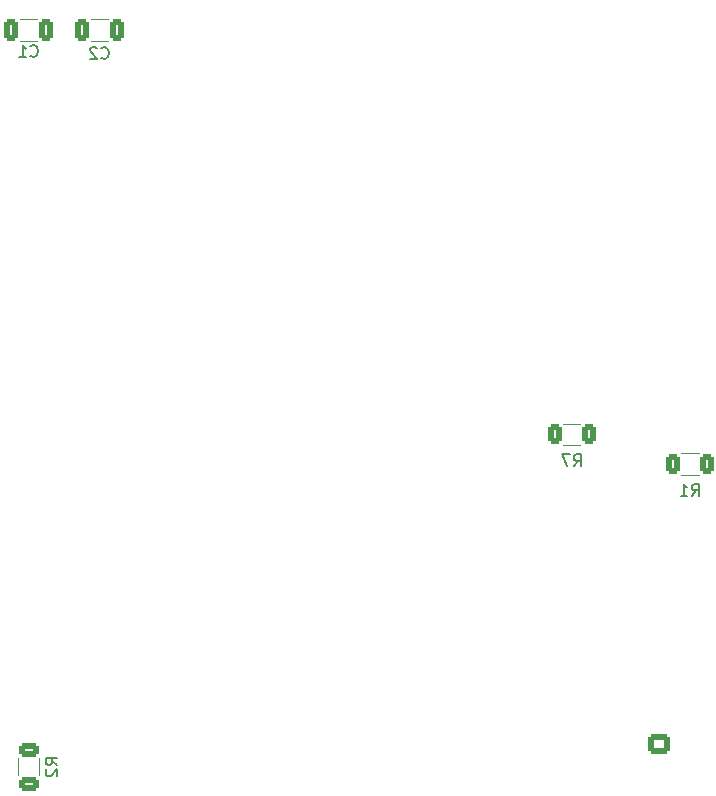
<source format=gbo>
G04 #@! TF.GenerationSoftware,KiCad,Pcbnew,(6.0.0)*
G04 #@! TF.CreationDate,2022-05-25T15:36:50+02:00*
G04 #@! TF.ProjectId,CarteUE441_v2,43617274-6555-4453-9434-315f76322e6b,rev?*
G04 #@! TF.SameCoordinates,Original*
G04 #@! TF.FileFunction,Legend,Bot*
G04 #@! TF.FilePolarity,Positive*
%FSLAX46Y46*%
G04 Gerber Fmt 4.6, Leading zero omitted, Abs format (unit mm)*
G04 Created by KiCad (PCBNEW (6.0.0)) date 2022-05-25 15:36:50*
%MOMM*%
%LPD*%
G01*
G04 APERTURE LIST*
G04 Aperture macros list*
%AMRoundRect*
0 Rectangle with rounded corners*
0 $1 Rounding radius*
0 $2 $3 $4 $5 $6 $7 $8 $9 X,Y pos of 4 corners*
0 Add a 4 corners polygon primitive as box body*
4,1,4,$2,$3,$4,$5,$6,$7,$8,$9,$2,$3,0*
0 Add four circle primitives for the rounded corners*
1,1,$1+$1,$2,$3*
1,1,$1+$1,$4,$5*
1,1,$1+$1,$6,$7*
1,1,$1+$1,$8,$9*
0 Add four rect primitives between the rounded corners*
20,1,$1+$1,$2,$3,$4,$5,0*
20,1,$1+$1,$4,$5,$6,$7,0*
20,1,$1+$1,$6,$7,$8,$9,0*
20,1,$1+$1,$8,$9,$2,$3,0*%
G04 Aperture macros list end*
%ADD10C,0.150000*%
%ADD11C,0.120000*%
%ADD12O,2.844800X1.524000*%
%ADD13R,1.905000X2.000000*%
%ADD14O,1.905000X2.000000*%
%ADD15O,2.619200X1.411200*%
%ADD16C,5.400000*%
%ADD17R,1.600000X1.600000*%
%ADD18O,1.600000X1.600000*%
%ADD19C,2.700000*%
%ADD20C,3.000000*%
%ADD21RoundRect,1.500000X-1.500000X1.500000X-1.500000X-1.500000X1.500000X-1.500000X1.500000X1.500000X0*%
%ADD22C,6.000000*%
%ADD23RoundRect,0.250000X0.675000X-0.600000X0.675000X0.600000X-0.675000X0.600000X-0.675000X-0.600000X0*%
%ADD24O,1.850000X1.700000*%
%ADD25RoundRect,0.250000X0.625000X-0.312500X0.625000X0.312500X-0.625000X0.312500X-0.625000X-0.312500X0*%
%ADD26RoundRect,0.250000X0.325000X0.650000X-0.325000X0.650000X-0.325000X-0.650000X0.325000X-0.650000X0*%
%ADD27RoundRect,0.250000X-0.312500X-0.625000X0.312500X-0.625000X0.312500X0.625000X-0.312500X0.625000X0*%
%ADD28RoundRect,0.250000X-0.325000X-0.650000X0.325000X-0.650000X0.325000X0.650000X-0.325000X0.650000X0*%
G04 APERTURE END LIST*
D10*
X140452380Y-122233333D02*
X139976190Y-121900000D01*
X140452380Y-121661904D02*
X139452380Y-121661904D01*
X139452380Y-122042857D01*
X139500000Y-122138095D01*
X139547619Y-122185714D01*
X139642857Y-122233333D01*
X139785714Y-122233333D01*
X139880952Y-122185714D01*
X139928571Y-122138095D01*
X139976190Y-122042857D01*
X139976190Y-121661904D01*
X139547619Y-122614285D02*
X139500000Y-122661904D01*
X139452380Y-122757142D01*
X139452380Y-122995238D01*
X139500000Y-123090476D01*
X139547619Y-123138095D01*
X139642857Y-123185714D01*
X139738095Y-123185714D01*
X139880952Y-123138095D01*
X140452380Y-122566666D01*
X140452380Y-123185714D01*
X144166666Y-62357142D02*
X144214285Y-62404761D01*
X144357142Y-62452380D01*
X144452380Y-62452380D01*
X144595238Y-62404761D01*
X144690476Y-62309523D01*
X144738095Y-62214285D01*
X144785714Y-62023809D01*
X144785714Y-61880952D01*
X144738095Y-61690476D01*
X144690476Y-61595238D01*
X144595238Y-61500000D01*
X144452380Y-61452380D01*
X144357142Y-61452380D01*
X144214285Y-61500000D01*
X144166666Y-61547619D01*
X143785714Y-61547619D02*
X143738095Y-61500000D01*
X143642857Y-61452380D01*
X143404761Y-61452380D01*
X143309523Y-61500000D01*
X143261904Y-61547619D01*
X143214285Y-61642857D01*
X143214285Y-61738095D01*
X143261904Y-61880952D01*
X143833333Y-62452380D01*
X143214285Y-62452380D01*
X184166666Y-96952380D02*
X184500000Y-96476190D01*
X184738095Y-96952380D02*
X184738095Y-95952380D01*
X184357142Y-95952380D01*
X184261904Y-96000000D01*
X184214285Y-96047619D01*
X184166666Y-96142857D01*
X184166666Y-96285714D01*
X184214285Y-96380952D01*
X184261904Y-96428571D01*
X184357142Y-96476190D01*
X184738095Y-96476190D01*
X183833333Y-95952380D02*
X183166666Y-95952380D01*
X183595238Y-96952380D01*
X194166666Y-99452380D02*
X194500000Y-98976190D01*
X194738095Y-99452380D02*
X194738095Y-98452380D01*
X194357142Y-98452380D01*
X194261904Y-98500000D01*
X194214285Y-98547619D01*
X194166666Y-98642857D01*
X194166666Y-98785714D01*
X194214285Y-98880952D01*
X194261904Y-98928571D01*
X194357142Y-98976190D01*
X194738095Y-98976190D01*
X193214285Y-99452380D02*
X193785714Y-99452380D01*
X193500000Y-99452380D02*
X193500000Y-98452380D01*
X193595238Y-98595238D01*
X193690476Y-98690476D01*
X193785714Y-98738095D01*
X138166666Y-62207142D02*
X138214285Y-62254761D01*
X138357142Y-62302380D01*
X138452380Y-62302380D01*
X138595238Y-62254761D01*
X138690476Y-62159523D01*
X138738095Y-62064285D01*
X138785714Y-61873809D01*
X138785714Y-61730952D01*
X138738095Y-61540476D01*
X138690476Y-61445238D01*
X138595238Y-61350000D01*
X138452380Y-61302380D01*
X138357142Y-61302380D01*
X138214285Y-61350000D01*
X138166666Y-61397619D01*
X137214285Y-62302380D02*
X137785714Y-62302380D01*
X137500000Y-62302380D02*
X137500000Y-61302380D01*
X137595238Y-61445238D01*
X137690476Y-61540476D01*
X137785714Y-61588095D01*
D11*
X137090000Y-123127064D02*
X137090000Y-121672936D01*
X138910000Y-123127064D02*
X138910000Y-121672936D01*
X144711252Y-60910000D02*
X143288748Y-60910000D01*
X144711252Y-59090000D02*
X143288748Y-59090000D01*
X183272936Y-93340000D02*
X184727064Y-93340000D01*
X183272936Y-95160000D02*
X184727064Y-95160000D01*
X193272936Y-97660000D02*
X194727064Y-97660000D01*
X193272936Y-95840000D02*
X194727064Y-95840000D01*
X137288748Y-59090000D02*
X138711252Y-59090000D01*
X137288748Y-60910000D02*
X138711252Y-60910000D01*
%LPC*%
D12*
X189000000Y-86650000D03*
X189000000Y-89190000D03*
X189000000Y-91730000D03*
X189000000Y-94270000D03*
X189000000Y-96810000D03*
X189000000Y-99350000D03*
D13*
X138460000Y-55000000D03*
D14*
X141000000Y-55000000D03*
X143540000Y-55000000D03*
D15*
X124380000Y-104870000D03*
X132000000Y-101060000D03*
X132000000Y-103600000D03*
X132000000Y-106140000D03*
X132000000Y-108680000D03*
X132000000Y-111220000D03*
X132000000Y-113760000D03*
X132000000Y-116300000D03*
X132000000Y-118840000D03*
X132000000Y-121380000D03*
X132000000Y-123920000D03*
X132000000Y-126460000D03*
X132000000Y-129000000D03*
X149780000Y-129000000D03*
X149780000Y-126460000D03*
X149780000Y-123920000D03*
X149780000Y-121380000D03*
X149780000Y-118840000D03*
X149780000Y-116300000D03*
X149780000Y-113760000D03*
X149780000Y-111220000D03*
X149780000Y-108680000D03*
X149780000Y-106140000D03*
X149780000Y-103600000D03*
X149780000Y-101060000D03*
D16*
X141000000Y-75000000D03*
D17*
X99767500Y-78000000D03*
D18*
X92147500Y-78000000D03*
D16*
X176000000Y-115000000D03*
X106000000Y-115700000D03*
D19*
X106000000Y-97000000D03*
D20*
X106000000Y-108250000D03*
X106000000Y-85750000D03*
D21*
X92000000Y-87400000D03*
D22*
X92000000Y-94600000D03*
D23*
X92000000Y-120500000D03*
D24*
X92000000Y-118000000D03*
X92000000Y-115500000D03*
D23*
X191350000Y-120500000D03*
D24*
X191350000Y-118000000D03*
X191350000Y-115500000D03*
D25*
X138000000Y-123862500D03*
X138000000Y-120937500D03*
D26*
X145475000Y-60000000D03*
X142525000Y-60000000D03*
D27*
X182537500Y-94250000D03*
X185462500Y-94250000D03*
X192537500Y-96750000D03*
X195462500Y-96750000D03*
D28*
X136525000Y-60000000D03*
X139475000Y-60000000D03*
M02*

</source>
